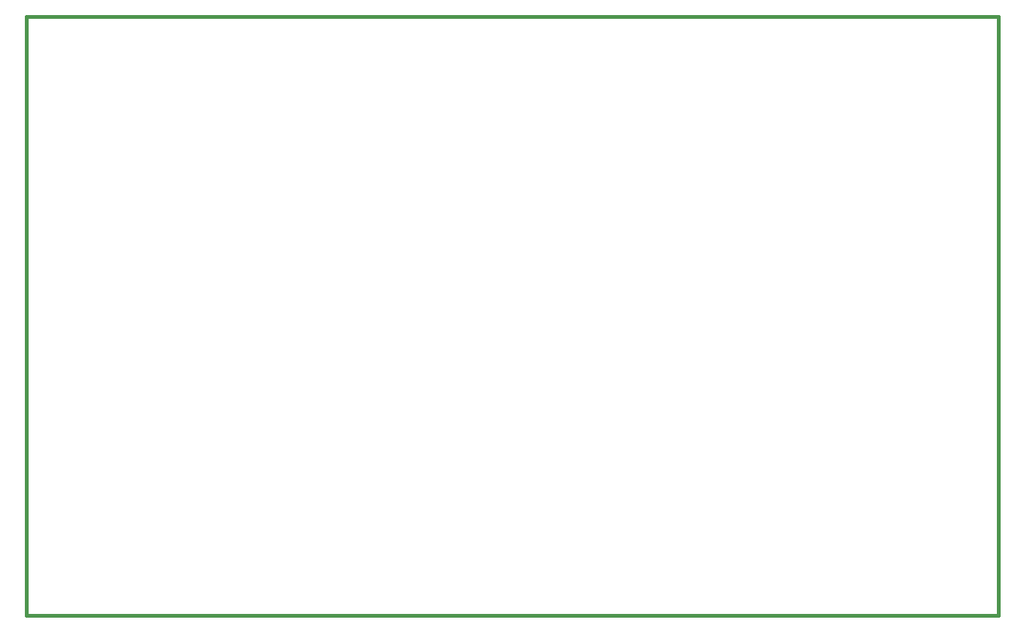
<source format=gbr>
G04 (created by PCBNEW-RS274X (2011-05-25)-stable) date Tue 19 Jun 2012 07:06:30 BST*
G01*
G70*
G90*
%MOIN*%
G04 Gerber Fmt 3.4, Leading zero omitted, Abs format*
%FSLAX34Y34*%
G04 APERTURE LIST*
%ADD10C,0.006000*%
%ADD11C,0.015000*%
G04 APERTURE END LIST*
G54D10*
G54D11*
X50000Y-33500D02*
X49000Y-33500D01*
X50000Y-07000D02*
X50000Y-33500D01*
X07000Y-33500D02*
X07000Y-32500D01*
X07000Y-07000D02*
X07000Y-33500D01*
X07000Y-33500D02*
X50000Y-33500D01*
X50000Y-07000D02*
X07000Y-07000D01*
M02*

</source>
